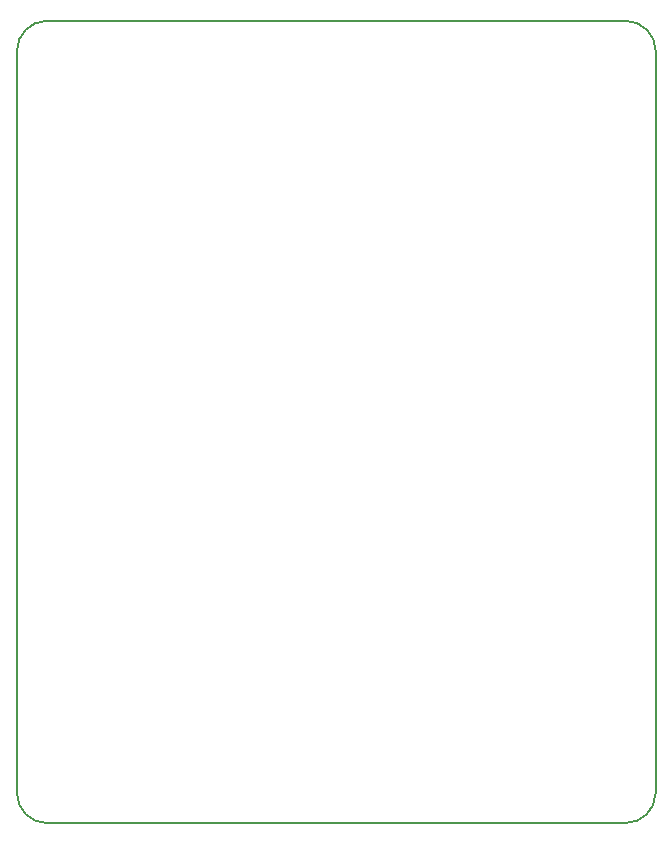
<source format=gbr>
G04 #@! TF.GenerationSoftware,KiCad,Pcbnew,5.0.2+dfsg1-1~bpo9+1*
G04 #@! TF.CreationDate,2019-06-22T18:26:23+01:00*
G04 #@! TF.ProjectId,arduboy_with_flashcart_port_smd,61726475-626f-4795-9f77-6974685f666c,rev?*
G04 #@! TF.SameCoordinates,Original*
G04 #@! TF.FileFunction,Profile,NP*
%FSLAX46Y46*%
G04 Gerber Fmt 4.6, Leading zero omitted, Abs format (unit mm)*
G04 Created by KiCad (PCBNEW 5.0.2+dfsg1-1~bpo9+1) date Sat 22 Jun 2019 18:26:23 BST*
%MOMM*%
%LPD*%
G01*
G04 APERTURE LIST*
%ADD10C,0.150000*%
G04 APERTURE END LIST*
D10*
X186220100Y-57861200D02*
X186220100Y-120675400D01*
X237756700Y-55321200D02*
X188760100Y-55321200D01*
X240296700Y-120700800D02*
X240296700Y-57886600D01*
X188760100Y-123240800D02*
X237756700Y-123240800D01*
X188760100Y-123240800D02*
G75*
G02X186220100Y-120700800I0J2540000D01*
G01*
X186220100Y-57861200D02*
G75*
G02X188760100Y-55321200I2540000J0D01*
G01*
X237756700Y-55321200D02*
G75*
G02X240296700Y-57861200I0J-2540000D01*
G01*
X240296700Y-120700800D02*
G75*
G02X237756700Y-123240800I-2540000J0D01*
G01*
M02*

</source>
